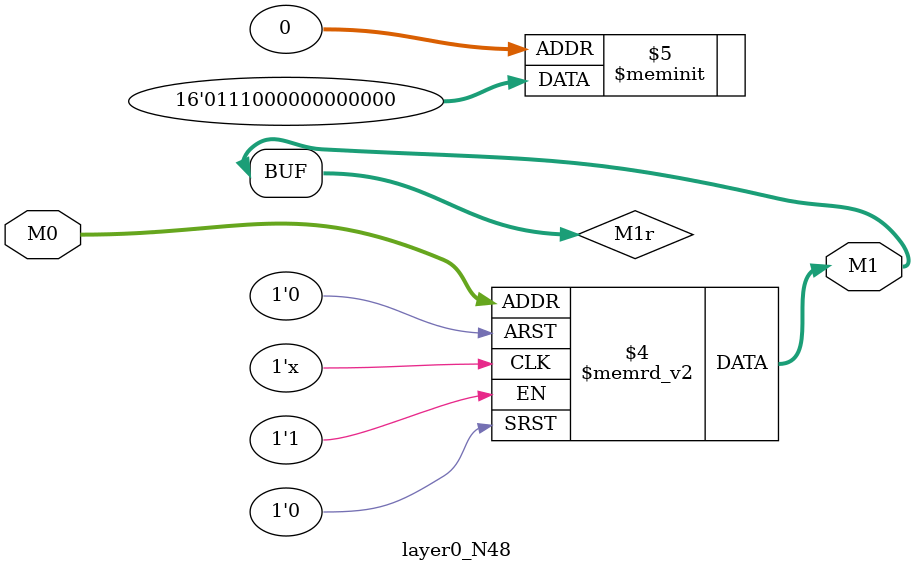
<source format=v>
module layer0_N48 ( input [2:0] M0, output [1:0] M1 );

	(*rom_style = "distributed" *) reg [1:0] M1r;
	assign M1 = M1r;
	always @ (M0) begin
		case (M0)
			3'b000: M1r = 2'b00;
			3'b100: M1r = 2'b00;
			3'b010: M1r = 2'b00;
			3'b110: M1r = 2'b11;
			3'b001: M1r = 2'b00;
			3'b101: M1r = 2'b00;
			3'b011: M1r = 2'b00;
			3'b111: M1r = 2'b01;

		endcase
	end
endmodule

</source>
